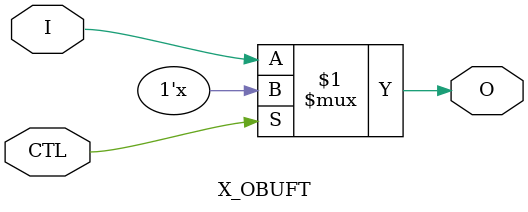
<source format=v>

/*

FUNCTION    : TRI-STATE OUTPUT BUFFER

*/

`celldefine
`timescale 1 ps/1 ps

module X_OBUFT (O, CTL, I);

    parameter CAPACITANCE = "DONT_CARE";
    parameter DRIVE = 12;
    parameter IOSTANDARD = "DEFAULT";
    parameter SLEW = "SLOW";
    parameter LOC = "UNPLACED";
    output O;
    input CTL, I;

    bufif0 t1 (O, I, CTL);

endmodule

</source>
